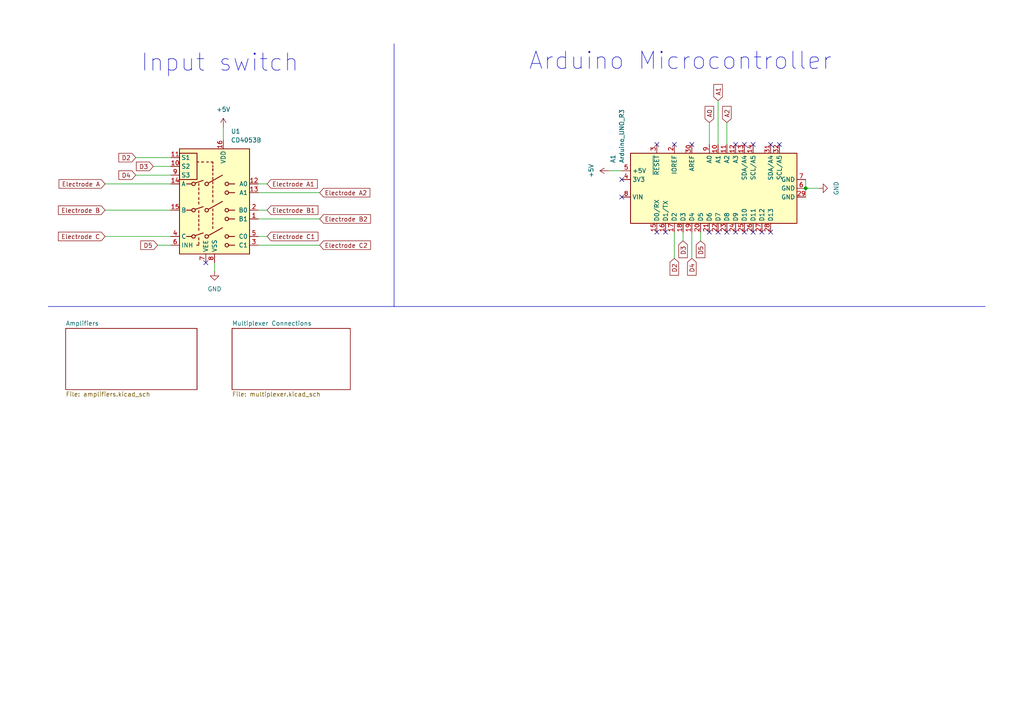
<source format=kicad_sch>
(kicad_sch (version 20231120) (generator "eeschema") (generator_version "8.0")
  (paper "A4")
  (lib_symbols
    (symbol "Analog_Switch:CD4053B"
      (property "Reference" "U" (at -10.16 16.51 0))
      (property "Value" "CD4053B" (at 3.81 16.51 0))
      (symbol "CD4053B_0_1"
        (rectangle (start -10.16 6.35) (end -5.08 13.97) (stroke (width 0.254)))
        (rectangle (start -10.16 15.24) (end 10.16 -15.24) (stroke (width 0.254)) (fill (type background)))
        (circle (center -6.096 -10.16) (radius 0.508) (stroke (width 0.254)))
        (circle (center -6.096 -2.54) (radius 0.508) (stroke (width 0.254)))
        (circle (center -6.096 5.08) (radius 0.508) (stroke (width 0.254)))
        (circle (center -2.286 -10.16) (radius 0.508) (stroke (width 0.254)))
        (circle (center -2.286 -2.54) (radius 0.508) (stroke (width 0.254)))
        (circle (center -2.286 5.08) (radius 0.508) (stroke (width 0.254)))
        (polyline (pts (xy -8.128 -10.16) (xy -6.604 -10.16)) (stroke (width 0.254)))
        (polyline (pts (xy -8.128 -2.54) (xy -6.604 -2.54)) (stroke (width 0.254)))
        (polyline (pts (xy -8.128 5.08) (xy -6.604 5.08)) (stroke (width 0.254)))
        (polyline (pts (xy -5.588 -9.906) (xy -3.302 -9.144)) (stroke (width 0.254)))
        (polyline (pts (xy -5.588 -2.286) (xy -3.302 -1.524)) (stroke (width 0.254)))
        (polyline (pts (xy -5.588 5.334) (xy -3.302 6.096)) (stroke (width 0.254)))
        (polyline (pts (xy -4.572 -12.7) (xy -5.207 -12.7)) (stroke (width 0.254)))
        (polyline (pts (xy -4.572 -12.446) (xy -4.572 -11.811)) (stroke (width 0.254)))
        (polyline (pts (xy -4.572 -11.176) (xy -4.572 -10.541)) (stroke (width 0.254)))
        (polyline (pts (xy -4.572 -8.382) (xy -4.572 -7.747)) (stroke (width 0.254)))
        (polyline (pts (xy -4.572 -7.112) (xy -4.572 -6.477)) (stroke (width 0.254)))
        (polyline (pts (xy -4.572 -5.842) (xy -4.572 -5.207)) (stroke (width 0.254)))
        (polyline (pts (xy -4.572 -4.572) (xy -4.572 -3.937)) (stroke (width 0.254)))
        (polyline (pts (xy -4.572 -3.302) (xy -4.572 -2.667)) (stroke (width 0.254)))
        (polyline (pts (xy -4.572 -0.762) (xy -4.572 -0.127)) (stroke (width 0.254)))
        (polyline (pts (xy -4.572 0.508) (xy -4.572 1.143)) (stroke (width 0.254)))
        (polyline (pts (xy -4.572 2.032) (xy -4.572 2.667)) (stroke (width 0.254)))
        (polyline (pts (xy -4.572 3.302) (xy -4.572 3.937)) (stroke (width 0.254)))
        (polyline (pts (xy -4.572 4.572) (xy -4.572 5.207)) (stroke (width 0.254)))
        (polyline (pts (xy -4.572 11.43) (xy -5.08 11.43)) (stroke (width 0.254)))
        (polyline (pts (xy -3.81 11.43) (xy -3.175 11.43)) (stroke (width 0.254)))
        (polyline (pts (xy -1.778 -9.906) (xy 2.286 -7.62)) (stroke (width 0.254)))
        (polyline (pts (xy -1.778 -2.286) (xy 2.286 0)) (stroke (width 0.254)))
        (polyline (pts (xy -1.778 5.334) (xy 2.286 7.62)) (stroke (width 0.254)))
        (polyline (pts (xy -1.778 11.43) (xy -2.286 11.43)) (stroke (width 0.254)))
        (polyline (pts (xy -0.508 -7.874) (xy -0.508 -7.239)) (stroke (width 0.254)))
        (polyline (pts (xy -0.508 -6.604) (xy -0.508 -5.969)) (stroke (width 0.254)))
        (polyline (pts (xy -0.508 -5.334) (xy -0.508 -4.699)) (stroke (width 0.254)))
        (polyline (pts (xy -0.508 -4.064) (xy -0.508 -3.429)) (stroke (width 0.254)))
        (polyline (pts (xy -0.508 -2.794) (xy -0.508 -2.159)) (stroke (width 0.254)))
        (polyline (pts (xy -0.508 -0.254) (xy -0.508 0.381)) (stroke (width 0.254)))
        (polyline (pts (xy -0.508 1.27) (xy -0.508 1.905)) (stroke (width 0.254)))
        (polyline (pts (xy -0.508 2.54) (xy -0.508 3.175)) (stroke (width 0.254)))
        (polyline (pts (xy -0.508 3.81) (xy -0.508 4.445)) (stroke (width 0.254)))
        (polyline (pts (xy -0.508 5.08) (xy -0.508 5.715)) (stroke (width 0.254)))
        (polyline (pts (xy -0.508 6.35) (xy -0.508 6.985)) (stroke (width 0.254)))
        (polyline (pts (xy -0.508 7.62) (xy -0.508 8.255)) (stroke (width 0.254)))
        (polyline (pts (xy -0.508 8.89) (xy -0.508 9.398)) (stroke (width 0.254)))
        (polyline (pts (xy -0.508 8.89) (xy -0.508 9.525)) (stroke (width 0.254)))
        (polyline (pts (xy -0.508 9.906) (xy -0.508 10.414)) (stroke (width 0.254)))
        (polyline (pts (xy -0.508 10.922) (xy -0.508 11.43)) (stroke (width 0.254)))
        (polyline (pts (xy -0.508 11.43) (xy -1.016 11.43)) (stroke (width 0.254)))
        (polyline (pts (xy 4.064 -12.7) (xy 5.842 -12.7)) (stroke (width 0.254)))
        (polyline (pts (xy 4.064 -10.16) (xy 5.842 -10.16)) (stroke (width 0.254)))
        (polyline (pts (xy 4.064 -5.08) (xy 5.842 -5.08)) (stroke (width 0.254)))
        (polyline (pts (xy 4.064 -2.54) (xy 5.842 -2.54)) (stroke (width 0.254)))
        (polyline (pts (xy 4.064 2.54) (xy 5.842 2.54)) (stroke (width 0.254)))
        (polyline (pts (xy 4.064 5.08) (xy 5.842 5.08)) (stroke (width 0.254)))
        (circle (center 3.556 -12.7) (radius 0.508) (stroke (width 0.254)))
        (circle (center 3.556 -10.16) (radius 0.508) (stroke (width 0.254)))
        (circle (center 3.556 -5.08) (radius 0.508) (stroke (width 0.254)))
        (circle (center 3.556 -2.54) (radius 0.508) (stroke (width 0.254)))
        (circle (center 3.556 2.54) (radius 0.508) (stroke (width 0.254)))
        (circle (center 3.556 5.08) (radius 0.508) (stroke (width 0.254)))
      )
      (symbol "CD4053B_1_1"
        (pin bidirectional line (at 12.7 -5.08 180) (length 2.54) (name "B1") (number "1"))
        (pin input line (at -12.7 10.16 0) (length 2.54) (name "S2") (number "10"))
        (pin input line (at -12.7 12.7 0) (length 2.54) (name "S1") (number "11"))
        (pin bidirectional line (at 12.7 5.08 180) (length 2.54) (name "A0") (number "12"))
        (pin bidirectional line (at 12.7 2.54 180) (length 2.54) (name "A1") (number "13"))
        (pin bidirectional line (at -12.7 5.08 0) (length 2.54) (name "A") (number "14"))
        (pin bidirectional line (at -12.7 -2.54 0) (length 2.54) (name "B") (number "15"))
        (pin power_in line (at 2.54 17.78 270) (length 2.54) (name "VDD") (number "16"))
        (pin bidirectional line (at 12.7 -2.54 180) (length 2.54) (name "B0") (number "2"))
        (pin bidirectional line (at 12.7 -12.7 180) (length 2.54) (name "C1") (number "3"))
        (pin bidirectional line (at -12.7 -10.16 0) (length 2.54) (name "C") (number "4"))
        (pin bidirectional line (at 12.7 -10.16 180) (length 2.54) (name "C0") (number "5"))
        (pin input line (at -12.7 -12.7 0) (length 2.54) (name "INH") (number "6"))
        (pin power_in line (at -2.54 -17.78 90) (length 2.54) (name "VEE") (number "7"))
        (pin power_in line (at 0 -17.78 90) (length 2.54) (name "VSS") (number "8"))
        (pin input line (at -12.7 7.62 0) (length 2.54) (name "S3") (number "9"))
      )
    )
    (symbol "MCU_Module:Arduino_UNO_R3"
      (property "Reference" "A" (at -10.16 23.495 0))
      (property "Value" "Arduino_UNO_R3" (at 5.08 -26.67 0))
      (symbol "Arduino_UNO_R3_0_1"
        (rectangle (start -10.16 22.86) (end 10.16 -25.4) (stroke (width 0.254)) (fill (type background)))
      )
      (symbol "Arduino_UNO_R3_1_1"
        (pin no_connect line (at -10.16 -20.32 0) (length 2.54) hide (name "NC") (number "1"))
        (pin bidirectional line (at 12.7 -2.54 180) (length 2.54) (name "A1") (number "10"))
        (pin bidirectional line (at 12.7 -5.08 180) (length 2.54) (name "A2") (number "11"))
        (pin bidirectional line (at 12.7 -7.62 180) (length 2.54) (name "A3") (number "12"))
        (pin bidirectional line (at 12.7 -10.16 180) (length 2.54) (name "SDA/A4") (number "13"))
        (pin bidirectional line (at 12.7 -12.7 180) (length 2.54) (name "SCL/A5") (number "14"))
        (pin bidirectional line (at -12.7 15.24 0) (length 2.54) (name "D0/RX") (number "15"))
        (pin bidirectional line (at -12.7 12.7 0) (length 2.54) (name "D1/TX") (number "16"))
        (pin bidirectional line (at -12.7 10.16 0) (length 2.54) (name "D2") (number "17"))
        (pin bidirectional line (at -12.7 7.62 0) (length 2.54) (name "D3") (number "18"))
        (pin bidirectional line (at -12.7 5.08 0) (length 2.54) (name "D4") (number "19"))
        (pin output line (at 12.7 10.16 180) (length 2.54) (name "IOREF") (number "2"))
        (pin bidirectional line (at -12.7 2.54 0) (length 2.54) (name "D5") (number "20"))
        (pin bidirectional line (at -12.7 0 0) (length 2.54) (name "D6") (number "21"))
        (pin bidirectional line (at -12.7 -2.54 0) (length 2.54) (name "D7") (number "22"))
        (pin bidirectional line (at -12.7 -5.08 0) (length 2.54) (name "D8") (number "23"))
        (pin bidirectional line (at -12.7 -7.62 0) (length 2.54) (name "D9") (number "24"))
        (pin bidirectional line (at -12.7 -10.16 0) (length 2.54) (name "D10") (number "25"))
        (pin bidirectional line (at -12.7 -12.7 0) (length 2.54) (name "D11") (number "26"))
        (pin bidirectional line (at -12.7 -15.24 0) (length 2.54) (name "D12") (number "27"))
        (pin bidirectional line (at -12.7 -17.78 0) (length 2.54) (name "D13") (number "28"))
        (pin power_in line (at -2.54 -27.94 90) (length 2.54) (name "GND") (number "29"))
        (pin input line (at 12.7 15.24 180) (length 2.54) (name "~{RESET}") (number "3"))
        (pin input line (at 12.7 5.08 180) (length 2.54) (name "AREF") (number "30"))
        (pin bidirectional line (at 12.7 -17.78 180) (length 2.54) (name "SDA/A4") (number "31"))
        (pin bidirectional line (at 12.7 -20.32 180) (length 2.54) (name "SCL/A5") (number "32"))
        (pin power_out line (at 2.54 25.4 270) (length 2.54) (name "3V3") (number "4"))
        (pin power_out line (at 5.08 25.4 270) (length 2.54) (name "+5V") (number "5"))
        (pin power_in line (at 0 -27.94 90) (length 2.54) (name "GND") (number "6"))
        (pin power_in line (at 2.54 -27.94 90) (length 2.54) (name "GND") (number "7"))
        (pin power_in line (at -2.54 25.4 270) (length 2.54) (name "VIN") (number "8"))
        (pin bidirectional line (at 12.7 0 180) (length 2.54) (name "A0") (number "9"))
      )
    )
    (symbol "power:+5V" (power) (pin_numbers hide) (pin_names (offset 0) hide)
      (property "Value" "+5V" (at 0 3.556 0))
      (symbol "+5V_0_1"
        (polyline (pts (xy -0.762 1.27) (xy 0 2.54)))
        (polyline (pts (xy 0 0) (xy 0 2.54)))
        (polyline (pts (xy 0 2.54) (xy 0.762 1.27)))
      )
      (symbol "+5V_1_1"
        (pin power_in line (at 0 0 90) (length 0) (name "~") (number "1"))
      )
    )
    (symbol "power:GND" (power) (pin_numbers hide) (pin_names (offset 0) hide)
      (property "Value" "GND" (at 0 -3.81 0))
      (symbol "GND_0_1"
        (polyline (pts (xy 0 0) (xy 0 -1.27) (xy 1.27 -1.27) (xy 0 -2.54) (xy -1.27 -1.27) (xy 0 -1.27)))
      )
      (symbol "GND_1_1"
        (pin power_in line (at 0 0 270) (length 0) (name "~") (number "1"))
      )
    )
  )
  (junction (at 233.68 54.61))
  (no_connect (at 226.06 41.91))
  (no_connect (at 208.28 67.31))
  (no_connect (at 220.98 67.31))
  (no_connect (at 213.36 67.31))
  (no_connect (at 190.5 41.91))
  (no_connect (at 223.52 67.31))
  (no_connect (at 180.34 52.07))
  (no_connect (at 218.44 41.91))
  (no_connect (at 180.34 57.15))
  (no_connect (at 215.9 41.91))
  (no_connect (at 205.74 67.31))
  (no_connect (at 193.04 67.31))
  (no_connect (at 195.58 41.91))
  (no_connect (at 59.69 76.2))
  (no_connect (at 215.9 67.31))
  (no_connect (at 190.5 67.31))
  (no_connect (at 218.44 67.31))
  (no_connect (at 213.36 41.91))
  (no_connect (at 210.82 67.31))
  (no_connect (at 223.52 41.91))
  (no_connect (at 200.66 41.91))
  (wire (pts (xy 30.48 68.58) (xy 49.53 68.58)))
  (wire (pts (xy 210.82 41.91) (xy 210.82 35.56)))
  (wire (pts (xy 198.12 69.85) (xy 198.12 67.31)))
  (wire (pts (xy 74.93 60.96) (xy 77.47 60.96)))
  (wire (pts (xy 74.93 63.5) (xy 92.71 63.5)))
  (wire (pts (xy 195.58 74.93) (xy 195.58 67.31)))
  (wire (pts (xy 208.28 41.91) (xy 208.28 29.21)))
  (wire (pts (xy 205.74 41.91) (xy 205.74 35.56)))
  (wire (pts (xy 44.45 48.26) (xy 49.53 48.26)))
  (wire (pts (xy 200.66 74.93) (xy 200.66 67.31)))
  (wire (pts (xy 233.68 54.61) (xy 233.68 52.07)))
  (wire (pts (xy 233.68 57.15) (xy 233.68 54.61)))
  (wire (pts (xy 45.72 71.12) (xy 49.53 71.12)))
  (wire (pts (xy 39.37 50.8) (xy 49.53 50.8)))
  (polyline (pts (xy 114.3 88.9) (xy 285.75 88.9)))
  (wire (pts (xy 64.77 36.83) (xy 64.77 40.64)))
  (wire (pts (xy 62.23 76.2) (xy 62.23 78.74)))
  (wire (pts (xy 74.93 68.58) (xy 77.47 68.58)))
  (wire (pts (xy 30.48 53.34) (xy 49.53 53.34)))
  (wire (pts (xy 30.48 60.96) (xy 49.53 60.96)))
  (polyline (pts (xy 13.97 88.9) (xy 114.3 88.9)))
  (wire (pts (xy 203.2 69.85) (xy 203.2 67.31)))
  (wire (pts (xy 39.37 45.72) (xy 49.53 45.72)))
  (wire (pts (xy 176.53 49.53) (xy 180.34 49.53)))
  (wire (pts (xy 74.93 55.88) (xy 92.71 55.88)))
  (wire (pts (xy 233.68 54.61) (xy 237.49 54.61)))
  (wire (pts (xy 74.93 53.34) (xy 77.47 53.34)))
  (wire (pts (xy 74.93 71.12) (xy 92.71 71.12)))
  (polyline (pts (xy 114.3 12.7) (xy 114.3 88.9)))
  (text "Input switch" (at 63.754 18.288 0) (effects (font (size 5 5))))
  (text "Arduino Microcontroller" (at 197.358 17.78 0) (effects (font (size 5 5))))
  (global_label "Electrode C" (shape input) (at 30.48 68.58 180) (property "Intersheetrefs" "${INTERSHEET_REFS}" (effects (hide yes))))
  (global_label "Electrode C1" (shape input) (at 77.47 68.58 0) (property "Intersheetrefs" "${INTERSHEET_REFS}" (effects (hide yes))))
  (global_label "D5" (shape input) (at 203.2 69.85 270) (property "Intersheetrefs" "${INTERSHEET_REFS}" (effects (hide yes))))
  (global_label "Electrode C2" (shape input) (at 92.71 71.12 0) (property "Intersheetrefs" "${INTERSHEET_REFS}" (effects (hide yes))))
  (global_label "D2" (shape input) (at 195.58 74.93 270) (property "Intersheetrefs" "${INTERSHEET_REFS}" (effects (hide yes))))
  (global_label "D3" (shape input) (at 44.45 48.26 180) (property "Intersheetrefs" "${INTERSHEET_REFS}" (effects (hide yes))))
  (global_label "A1" (shape input) (at 208.28 29.21 90) (property "Intersheetrefs" "${INTERSHEET_REFS}" (effects (hide yes))))
  (global_label "D4" (shape input) (at 39.37 50.8 180) (property "Intersheetrefs" "${INTERSHEET_REFS}" (effects (hide yes))))
  (global_label "A0" (shape input) (at 205.74 35.56 90) (property "Intersheetrefs" "${INTERSHEET_REFS}" (effects (hide yes))))
  (global_label "D2" (shape input) (at 39.37 45.72 180) (property "Intersheetrefs" "${INTERSHEET_REFS}" (effects (hide yes))))
  (global_label "Electrode A2" (shape input) (at 92.71 55.88 0) (property "Intersheetrefs" "${INTERSHEET_REFS}" (effects (hide yes))))
  (global_label "Electrode B" (shape input) (at 30.48 60.96 180) (property "Intersheetrefs" "${INTERSHEET_REFS}" (effects (hide yes))))
  (global_label "Electrode A" (shape input) (at 30.48 53.34 180) (property "Intersheetrefs" "${INTERSHEET_REFS}" (effects (hide yes))))
  (global_label "D5" (shape input) (at 45.72 71.12 180) (property "Intersheetrefs" "${INTERSHEET_REFS}" (effects (hide yes))))
  (global_label "D4" (shape input) (at 200.66 74.93 270) (property "Intersheetrefs" "${INTERSHEET_REFS}" (effects (hide yes))))
  (global_label "Electrode A1" (shape input) (at 77.47 53.34 0) (property "Intersheetrefs" "${INTERSHEET_REFS}" (effects (hide yes))))
  (global_label "Electrode B1" (shape input) (at 77.47 60.96 0) (property "Intersheetrefs" "${INTERSHEET_REFS}" (effects (hide yes))))
  (global_label "D3" (shape input) (at 198.12 69.85 270) (property "Intersheetrefs" "${INTERSHEET_REFS}" (effects (hide yes))))
  (global_label "A2" (shape input) (at 210.82 35.56 90) (property "Intersheetrefs" "${INTERSHEET_REFS}" (effects (hide yes))))
  (global_label "Electrode B2" (shape input) (at 92.71 63.5 0) (property "Intersheetrefs" "${INTERSHEET_REFS}" (effects (hide yes))))
  (symbol (lib_id "power:+5V") (at 176.53 49.53 90) (unit 1)
    (property "Reference" "#PWR03" (effects (hide yes)))
    (property "Value" "+5V" (at 171.45 49.53 0))
    (property "Description" "Power symbol creates a global label with name \"+5V\"" (effects (hide yes)))
  )
  (symbol (lib_id "Analog_Switch:CD4053B") (at 62.23 58.42 0) (unit 1)
    (property "Reference" "U1" (at 66.9641 38.1 0) (effects (justify left)))
    (property "Value" "CD4053B" (at 66.9641 40.64 0) (effects (justify left)))
    (property "Datasheet" "http://www.ti.com/lit/ds/symlink/cd4052b.pdf" (effects (hide yes)))
    (property "Description" "CMOS triple 2-channel analog multiplexer/demultiplexer, TSSOP-16/DIP-16/SOIC-16" (effects (hide yes)))
  )
  (symbol (lib_id "power:GND") (at 62.23 78.74 0) (unit 1)
    (property "Reference" "#PWR01" (effects (hide yes)))
    (property "Value" "GND" (at 62.23 83.82 0))
    (property "Description" "Power symbol creates a global label with name \"GND\" , ground" (effects (hide yes)))
  )
  (symbol (lib_id "power:+5V") (at 64.77 36.83 0) (unit 1)
    (property "Reference" "#PWR02" (effects (hide yes)))
    (property "Value" "+5V" (at 64.77 31.75 0))
    (property "Description" "Power symbol creates a global label with name \"+5V\"" (effects (hide yes)))
  )
  (symbol (lib_id "MCU_Module:Arduino_UNO_R3") (at 205.74 54.61 90) (unit 1)
    (property "Reference" "A1" (at 177.8 47.3359 0) (effects (justify left)))
    (property "Value" "Arduino_UNO_R3" (at 180.34 47.3359 0) (effects (justify left)))
    (property "Footprint" "Module:Arduino_UNO_R3" (effects (hide yes)))
    (property "Datasheet" "https://www.arduino.cc/en/Main/arduinoBoardUno" (effects (hide yes)))
    (property "Description" "Arduino UNO Microcontroller Module, release 3" (effects (hide yes)))
  )
  (symbol (lib_id "power:GND") (at 237.49 54.61 90) (unit 1)
    (property "Reference" "#PWR04" (effects (hide yes)))
    (property "Value" "GND" (at 242.57 54.61 0))
    (property "Description" "Power symbol creates a global label with name \"GND\" , ground" (effects (hide yes)))
  )
  (sheet (at 19.05 95.25) (size 38.1 17.78) (stroke (width 0.1524))
    (property "Sheetname" "Amplifiers" (at 19.05 94.5384 0) (effects (justify left bottom)))
    (property "Sheetfile" "amplifiers.kicad_sch" (at 19.05 113.6146 0) (effects (justify left top)))
  )
  (sheet (at 67.31 95.25) (size 34.29 17.78) (stroke (width 0.1524))
    (property "Sheetname" "Multiplexer Connections" (at 67.31 94.5384 0) (effects (justify left bottom)))
    (property "Sheetfile" "multiplexer.kicad_sch" (at 67.31 113.6146 0) (effects (justify left top)))
  )
)
</source>
